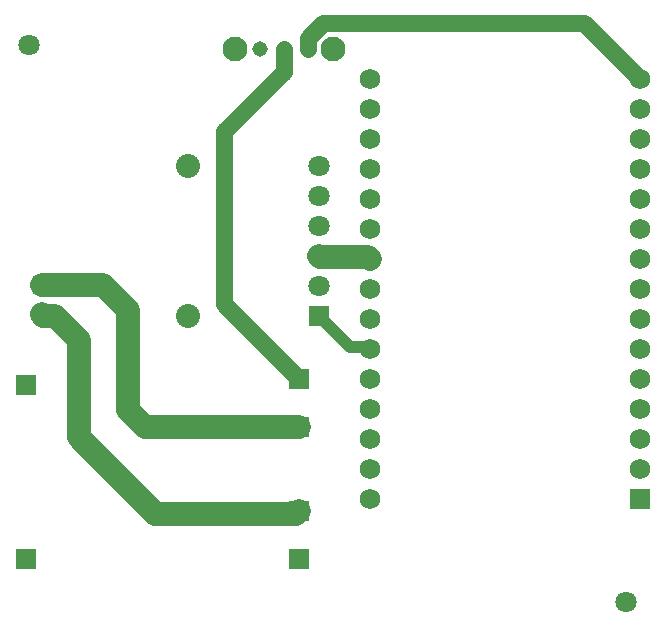
<source format=gbr>
G04*
G04 #@! TF.GenerationSoftware,Altium Limited,Altium Designer,24.6.1 (21)*
G04*
G04 Layer_Physical_Order=2*
G04 Layer_Color=16711680*
%FSLAX44Y44*%
%MOMM*%
G71*
G04*
G04 #@! TF.SameCoordinates,8B27C9E9-A4C2-4BD9-AFE1-7C446D6426E9*
G04*
G04*
G04 #@! TF.FilePolarity,Positive*
G04*
G01*
G75*
%ADD26C,1.0000*%
%ADD27C,1.8000*%
%ADD28C,1.3080*%
%ADD29C,2.1000*%
%ADD30C,1.7526*%
%ADD31R,1.7526X1.7526*%
%ADD32R,1.5750X1.5750*%
%ADD33C,1.5750*%
%ADD34R,1.8000X1.8000*%
%ADD35C,1.8000*%
%ADD36R,1.8000X1.8000*%
%ADD37C,2.0320*%
%ADD38C,1.4000*%
%ADD39C,2.0000*%
D26*
X1205947Y984803D02*
X1207770Y982980D01*
X1190707Y984803D02*
X1205947D01*
X1164590Y1010920D02*
X1190707Y984803D01*
D27*
X919247Y1240364D02*
D03*
X1424940Y768350D02*
D03*
D28*
X1155060Y1236980D02*
D03*
X1115060D02*
D03*
X1135060D02*
D03*
D29*
X1176560D02*
D03*
X1093560D02*
D03*
D30*
X1207770Y1211580D02*
D03*
Y1186180D02*
D03*
Y1160780D02*
D03*
Y1135380D02*
D03*
Y1109980D02*
D03*
Y1084580D02*
D03*
Y1059180D02*
D03*
Y1033780D02*
D03*
Y1008380D02*
D03*
Y982980D02*
D03*
Y957580D02*
D03*
Y932180D02*
D03*
Y906780D02*
D03*
Y881380D02*
D03*
Y855980D02*
D03*
X1436370Y1211580D02*
D03*
Y1186180D02*
D03*
Y1160780D02*
D03*
Y1135380D02*
D03*
Y1109980D02*
D03*
Y1084580D02*
D03*
Y1059180D02*
D03*
Y1033780D02*
D03*
Y1008380D02*
D03*
Y982980D02*
D03*
Y957580D02*
D03*
Y932180D02*
D03*
Y906780D02*
D03*
Y881380D02*
D03*
D31*
Y855980D02*
D03*
D32*
X929810Y1037390D02*
D03*
D33*
Y1012390D02*
D03*
D34*
X916940Y952500D02*
D03*
Y805180D02*
D03*
X1148080Y957580D02*
D03*
Y805180D02*
D03*
Y916940D02*
D03*
Y845820D02*
D03*
D35*
X1164590Y1137920D02*
D03*
Y1112520D02*
D03*
Y1087120D02*
D03*
Y1061720D02*
D03*
Y1036320D02*
D03*
D36*
Y1010920D02*
D03*
D37*
X1054100D02*
D03*
Y1137920D02*
D03*
D38*
X1167744Y1258570D02*
X1389380D01*
X1155060Y1236980D02*
Y1245886D01*
X1167744Y1258570D01*
X1084580Y1021080D02*
X1148080Y957580D01*
X1084580Y1167130D02*
X1135060Y1217610D01*
X1084580Y1021080D02*
Y1167130D01*
X1135060Y1217610D02*
Y1236980D01*
X1389380Y1258570D02*
X1436370Y1211580D01*
D39*
X1017270Y916940D02*
X1148080D01*
X1003300Y930910D02*
X1017270Y916940D01*
X929810Y1037390D02*
X981910D01*
X1003300Y930910D02*
Y1016000D01*
X981910Y1037390D02*
X1003300Y1016000D01*
X1026160Y843280D02*
X1145540D01*
X961390Y908050D02*
X1026160Y843280D01*
X961390Y908050D02*
Y990600D01*
X1165860Y1060450D02*
X1206500D01*
X1207770Y1059180D01*
X1164590Y1061720D02*
X1165860Y1060450D01*
X1145540Y843280D02*
X1148080Y845820D01*
X930969Y1011231D02*
X940759D01*
X929810Y1012390D02*
X930969Y1011231D01*
X940759D02*
X961390Y990600D01*
M02*

</source>
